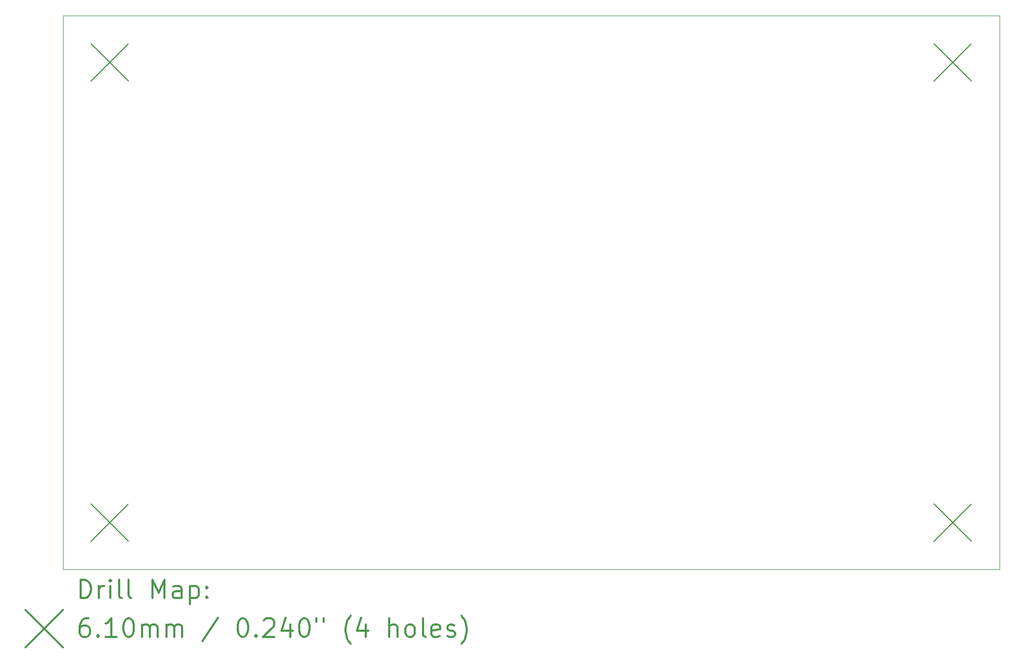
<source format=gbr>
%FSLAX45Y45*%
G04 Gerber Fmt 4.5, Leading zero omitted, Abs format (unit mm)*
G04 Created by KiCad (PCBNEW (5.1.2)-1) date 2019-05-07 06:54:43*
%MOMM*%
%LPD*%
G04 APERTURE LIST*
%ADD10C,0.050000*%
%ADD11C,0.200000*%
%ADD12C,0.300000*%
G04 APERTURE END LIST*
D10*
X5207000Y-4064000D02*
X4953000Y-4064000D01*
X4953000Y-13081000D02*
X5207000Y-13081000D01*
X4953000Y-4064000D02*
X4953000Y-13081000D01*
X20193000Y-4064000D02*
X20193000Y-13081000D01*
X20193000Y-4064000D02*
X5207000Y-4064000D01*
X5207000Y-13081000D02*
X20193000Y-13081000D01*
D11*
X5410000Y-12014000D02*
X6020000Y-12624000D01*
X6020000Y-12014000D02*
X5410000Y-12624000D01*
X19126000Y-12014000D02*
X19736000Y-12624000D01*
X19736000Y-12014000D02*
X19126000Y-12624000D01*
X5410000Y-4521000D02*
X6020000Y-5131000D01*
X6020000Y-4521000D02*
X5410000Y-5131000D01*
X19126000Y-4521000D02*
X19736000Y-5131000D01*
X19736000Y-4521000D02*
X19126000Y-5131000D01*
D12*
X5236928Y-13549214D02*
X5236928Y-13249214D01*
X5308357Y-13249214D01*
X5351214Y-13263500D01*
X5379786Y-13292071D01*
X5394071Y-13320643D01*
X5408357Y-13377786D01*
X5408357Y-13420643D01*
X5394071Y-13477786D01*
X5379786Y-13506357D01*
X5351214Y-13534929D01*
X5308357Y-13549214D01*
X5236928Y-13549214D01*
X5536928Y-13549214D02*
X5536928Y-13349214D01*
X5536928Y-13406357D02*
X5551214Y-13377786D01*
X5565500Y-13363500D01*
X5594071Y-13349214D01*
X5622643Y-13349214D01*
X5722643Y-13549214D02*
X5722643Y-13349214D01*
X5722643Y-13249214D02*
X5708357Y-13263500D01*
X5722643Y-13277786D01*
X5736928Y-13263500D01*
X5722643Y-13249214D01*
X5722643Y-13277786D01*
X5908357Y-13549214D02*
X5879786Y-13534929D01*
X5865500Y-13506357D01*
X5865500Y-13249214D01*
X6065500Y-13549214D02*
X6036928Y-13534929D01*
X6022643Y-13506357D01*
X6022643Y-13249214D01*
X6408357Y-13549214D02*
X6408357Y-13249214D01*
X6508357Y-13463500D01*
X6608357Y-13249214D01*
X6608357Y-13549214D01*
X6879786Y-13549214D02*
X6879786Y-13392071D01*
X6865500Y-13363500D01*
X6836928Y-13349214D01*
X6779786Y-13349214D01*
X6751214Y-13363500D01*
X6879786Y-13534929D02*
X6851214Y-13549214D01*
X6779786Y-13549214D01*
X6751214Y-13534929D01*
X6736928Y-13506357D01*
X6736928Y-13477786D01*
X6751214Y-13449214D01*
X6779786Y-13434929D01*
X6851214Y-13434929D01*
X6879786Y-13420643D01*
X7022643Y-13349214D02*
X7022643Y-13649214D01*
X7022643Y-13363500D02*
X7051214Y-13349214D01*
X7108357Y-13349214D01*
X7136928Y-13363500D01*
X7151214Y-13377786D01*
X7165500Y-13406357D01*
X7165500Y-13492071D01*
X7151214Y-13520643D01*
X7136928Y-13534929D01*
X7108357Y-13549214D01*
X7051214Y-13549214D01*
X7022643Y-13534929D01*
X7294071Y-13520643D02*
X7308357Y-13534929D01*
X7294071Y-13549214D01*
X7279786Y-13534929D01*
X7294071Y-13520643D01*
X7294071Y-13549214D01*
X7294071Y-13363500D02*
X7308357Y-13377786D01*
X7294071Y-13392071D01*
X7279786Y-13377786D01*
X7294071Y-13363500D01*
X7294071Y-13392071D01*
X4340500Y-13738500D02*
X4950500Y-14348500D01*
X4950500Y-13738500D02*
X4340500Y-14348500D01*
X5365500Y-13879214D02*
X5308357Y-13879214D01*
X5279786Y-13893500D01*
X5265500Y-13907786D01*
X5236928Y-13950643D01*
X5222643Y-14007786D01*
X5222643Y-14122071D01*
X5236928Y-14150643D01*
X5251214Y-14164929D01*
X5279786Y-14179214D01*
X5336928Y-14179214D01*
X5365500Y-14164929D01*
X5379786Y-14150643D01*
X5394071Y-14122071D01*
X5394071Y-14050643D01*
X5379786Y-14022071D01*
X5365500Y-14007786D01*
X5336928Y-13993500D01*
X5279786Y-13993500D01*
X5251214Y-14007786D01*
X5236928Y-14022071D01*
X5222643Y-14050643D01*
X5522643Y-14150643D02*
X5536928Y-14164929D01*
X5522643Y-14179214D01*
X5508357Y-14164929D01*
X5522643Y-14150643D01*
X5522643Y-14179214D01*
X5822643Y-14179214D02*
X5651214Y-14179214D01*
X5736928Y-14179214D02*
X5736928Y-13879214D01*
X5708357Y-13922071D01*
X5679786Y-13950643D01*
X5651214Y-13964929D01*
X6008357Y-13879214D02*
X6036928Y-13879214D01*
X6065500Y-13893500D01*
X6079786Y-13907786D01*
X6094071Y-13936357D01*
X6108357Y-13993500D01*
X6108357Y-14064929D01*
X6094071Y-14122071D01*
X6079786Y-14150643D01*
X6065500Y-14164929D01*
X6036928Y-14179214D01*
X6008357Y-14179214D01*
X5979786Y-14164929D01*
X5965500Y-14150643D01*
X5951214Y-14122071D01*
X5936928Y-14064929D01*
X5936928Y-13993500D01*
X5951214Y-13936357D01*
X5965500Y-13907786D01*
X5979786Y-13893500D01*
X6008357Y-13879214D01*
X6236928Y-14179214D02*
X6236928Y-13979214D01*
X6236928Y-14007786D02*
X6251214Y-13993500D01*
X6279786Y-13979214D01*
X6322643Y-13979214D01*
X6351214Y-13993500D01*
X6365500Y-14022071D01*
X6365500Y-14179214D01*
X6365500Y-14022071D02*
X6379786Y-13993500D01*
X6408357Y-13979214D01*
X6451214Y-13979214D01*
X6479786Y-13993500D01*
X6494071Y-14022071D01*
X6494071Y-14179214D01*
X6636928Y-14179214D02*
X6636928Y-13979214D01*
X6636928Y-14007786D02*
X6651214Y-13993500D01*
X6679786Y-13979214D01*
X6722643Y-13979214D01*
X6751214Y-13993500D01*
X6765500Y-14022071D01*
X6765500Y-14179214D01*
X6765500Y-14022071D02*
X6779786Y-13993500D01*
X6808357Y-13979214D01*
X6851214Y-13979214D01*
X6879786Y-13993500D01*
X6894071Y-14022071D01*
X6894071Y-14179214D01*
X7479786Y-13864929D02*
X7222643Y-14250643D01*
X7865500Y-13879214D02*
X7894071Y-13879214D01*
X7922643Y-13893500D01*
X7936928Y-13907786D01*
X7951214Y-13936357D01*
X7965500Y-13993500D01*
X7965500Y-14064929D01*
X7951214Y-14122071D01*
X7936928Y-14150643D01*
X7922643Y-14164929D01*
X7894071Y-14179214D01*
X7865500Y-14179214D01*
X7836928Y-14164929D01*
X7822643Y-14150643D01*
X7808357Y-14122071D01*
X7794071Y-14064929D01*
X7794071Y-13993500D01*
X7808357Y-13936357D01*
X7822643Y-13907786D01*
X7836928Y-13893500D01*
X7865500Y-13879214D01*
X8094071Y-14150643D02*
X8108357Y-14164929D01*
X8094071Y-14179214D01*
X8079786Y-14164929D01*
X8094071Y-14150643D01*
X8094071Y-14179214D01*
X8222643Y-13907786D02*
X8236928Y-13893500D01*
X8265500Y-13879214D01*
X8336928Y-13879214D01*
X8365500Y-13893500D01*
X8379786Y-13907786D01*
X8394071Y-13936357D01*
X8394071Y-13964929D01*
X8379786Y-14007786D01*
X8208357Y-14179214D01*
X8394071Y-14179214D01*
X8651214Y-13979214D02*
X8651214Y-14179214D01*
X8579786Y-13864929D02*
X8508357Y-14079214D01*
X8694071Y-14079214D01*
X8865500Y-13879214D02*
X8894071Y-13879214D01*
X8922643Y-13893500D01*
X8936928Y-13907786D01*
X8951214Y-13936357D01*
X8965500Y-13993500D01*
X8965500Y-14064929D01*
X8951214Y-14122071D01*
X8936928Y-14150643D01*
X8922643Y-14164929D01*
X8894071Y-14179214D01*
X8865500Y-14179214D01*
X8836928Y-14164929D01*
X8822643Y-14150643D01*
X8808357Y-14122071D01*
X8794071Y-14064929D01*
X8794071Y-13993500D01*
X8808357Y-13936357D01*
X8822643Y-13907786D01*
X8836928Y-13893500D01*
X8865500Y-13879214D01*
X9079786Y-13879214D02*
X9079786Y-13936357D01*
X9194071Y-13879214D02*
X9194071Y-13936357D01*
X9636928Y-14293500D02*
X9622643Y-14279214D01*
X9594071Y-14236357D01*
X9579786Y-14207786D01*
X9565500Y-14164929D01*
X9551214Y-14093500D01*
X9551214Y-14036357D01*
X9565500Y-13964929D01*
X9579786Y-13922071D01*
X9594071Y-13893500D01*
X9622643Y-13850643D01*
X9636928Y-13836357D01*
X9879786Y-13979214D02*
X9879786Y-14179214D01*
X9808357Y-13864929D02*
X9736928Y-14079214D01*
X9922643Y-14079214D01*
X10265500Y-14179214D02*
X10265500Y-13879214D01*
X10394071Y-14179214D02*
X10394071Y-14022071D01*
X10379786Y-13993500D01*
X10351214Y-13979214D01*
X10308357Y-13979214D01*
X10279786Y-13993500D01*
X10265500Y-14007786D01*
X10579786Y-14179214D02*
X10551214Y-14164929D01*
X10536928Y-14150643D01*
X10522643Y-14122071D01*
X10522643Y-14036357D01*
X10536928Y-14007786D01*
X10551214Y-13993500D01*
X10579786Y-13979214D01*
X10622643Y-13979214D01*
X10651214Y-13993500D01*
X10665500Y-14007786D01*
X10679786Y-14036357D01*
X10679786Y-14122071D01*
X10665500Y-14150643D01*
X10651214Y-14164929D01*
X10622643Y-14179214D01*
X10579786Y-14179214D01*
X10851214Y-14179214D02*
X10822643Y-14164929D01*
X10808357Y-14136357D01*
X10808357Y-13879214D01*
X11079786Y-14164929D02*
X11051214Y-14179214D01*
X10994071Y-14179214D01*
X10965500Y-14164929D01*
X10951214Y-14136357D01*
X10951214Y-14022071D01*
X10965500Y-13993500D01*
X10994071Y-13979214D01*
X11051214Y-13979214D01*
X11079786Y-13993500D01*
X11094071Y-14022071D01*
X11094071Y-14050643D01*
X10951214Y-14079214D01*
X11208357Y-14164929D02*
X11236928Y-14179214D01*
X11294071Y-14179214D01*
X11322643Y-14164929D01*
X11336928Y-14136357D01*
X11336928Y-14122071D01*
X11322643Y-14093500D01*
X11294071Y-14079214D01*
X11251214Y-14079214D01*
X11222643Y-14064929D01*
X11208357Y-14036357D01*
X11208357Y-14022071D01*
X11222643Y-13993500D01*
X11251214Y-13979214D01*
X11294071Y-13979214D01*
X11322643Y-13993500D01*
X11436928Y-14293500D02*
X11451214Y-14279214D01*
X11479786Y-14236357D01*
X11494071Y-14207786D01*
X11508357Y-14164929D01*
X11522643Y-14093500D01*
X11522643Y-14036357D01*
X11508357Y-13964929D01*
X11494071Y-13922071D01*
X11479786Y-13893500D01*
X11451214Y-13850643D01*
X11436928Y-13836357D01*
M02*

</source>
